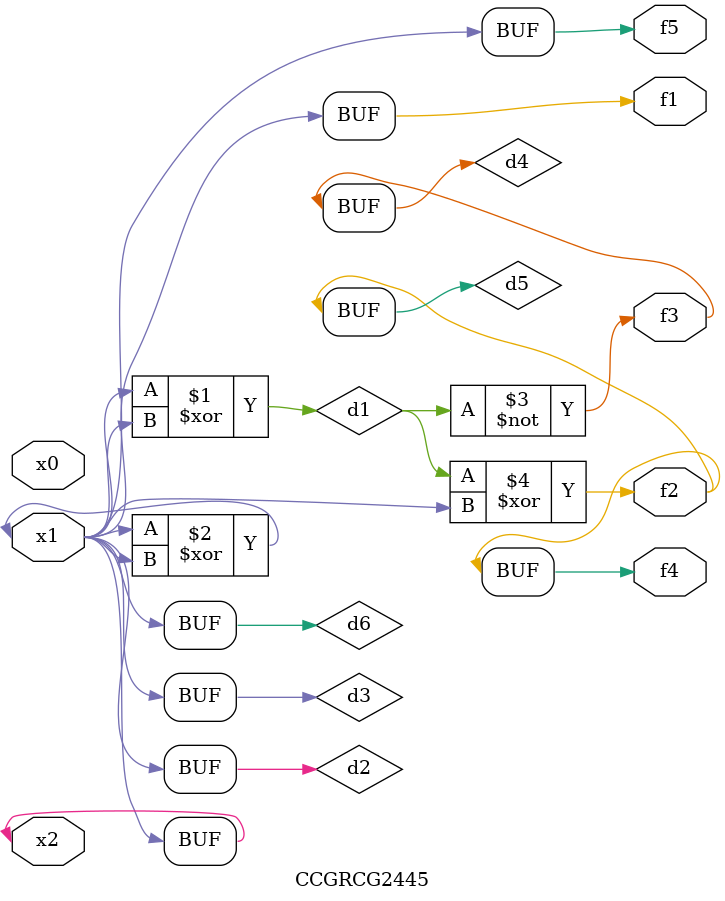
<source format=v>
module CCGRCG2445(
	input x0, x1, x2,
	output f1, f2, f3, f4, f5
);

	wire d1, d2, d3, d4, d5, d6;

	xor (d1, x1, x2);
	buf (d2, x1, x2);
	xor (d3, x1, x2);
	nor (d4, d1);
	xor (d5, d1, d2);
	buf (d6, d2, d3);
	assign f1 = d6;
	assign f2 = d5;
	assign f3 = d4;
	assign f4 = d5;
	assign f5 = d6;
endmodule

</source>
